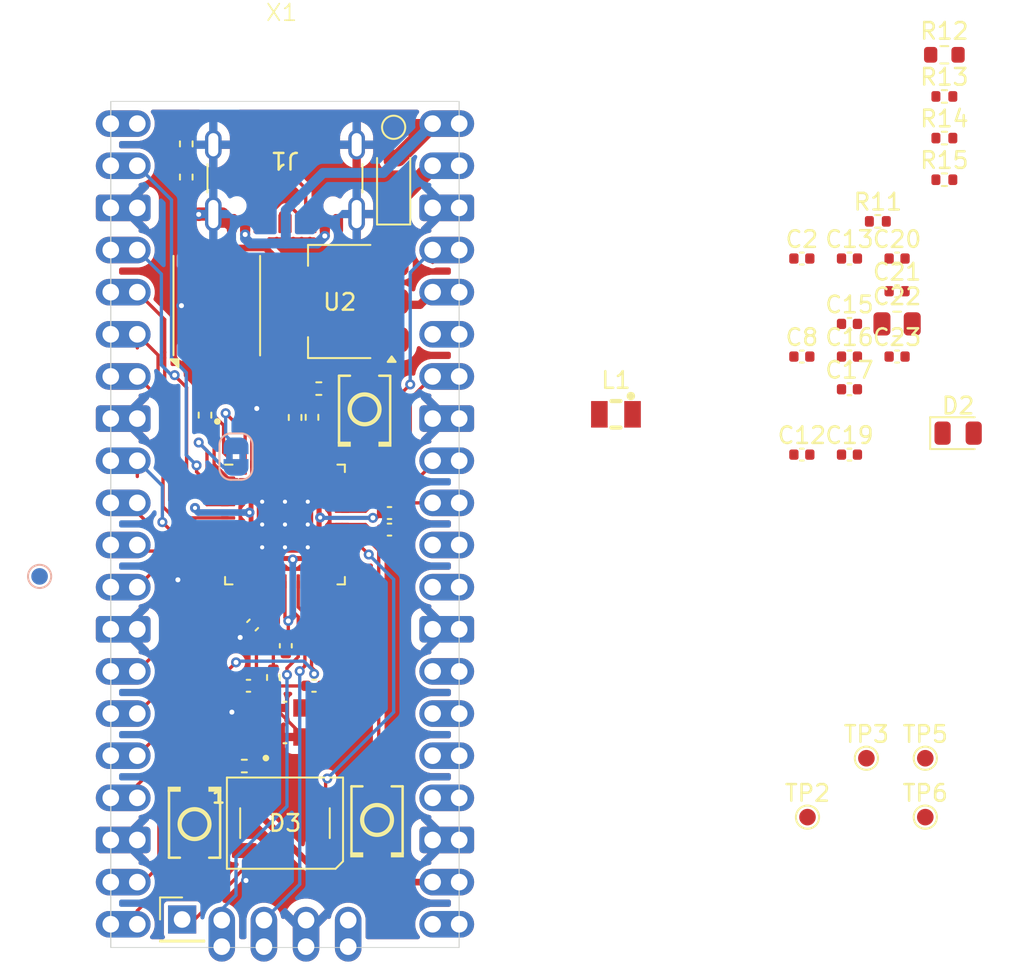
<source format=kicad_pcb>
(kicad_pcb (version 20241229) (generator "pcbnew") (generator_version "9.0")
  (layers (0 "F.Cu" signal) (2 "B.Cu" signal) (13 "F.Paste" user) (15 "B.Paste" user) (5 "F.SilkS" user "F.Silkscreen") (7 "B.SilkS" user "B.Silkscreen") (1 "F.Mask" user) (3 "B.Mask" user) (25 "Edge.Cuts" user))
  (net 0 "")
  (net 1 "GND")
  (net 2 "+3V3")
  (net 3 "/XIN")
  (net 4 "Net-(C4-Pad1)")
  (net 5 "+1V1")
  (net 6 "/VREG_AVDD")
  (net 7 "VSYS")
  (net 8 "VBUS")
  (net 9 "Net-(D2-A)")
  (net 10 "/D-")
  (net 13 "/D+")
  (net 14 "Net-(J1-CC2)")
  (net 15 "Net-(J1-CC1)")
  (net 16 "/GP0")
  (net 17 "/RAM_CE")
  (net 18 "/VREG_FB")
  (net 19 "Net-(U1-USB_DM)")
  (net 20 "Net-(U1-USB_DP)")
  (net 21 "/XOUT")
  (net 22 "Net-(R6-Pad1)")
  (net 23 "/QSPI_SS")
  (net 24 "/USB_BOOT")
  (net 25 "/ADC_VREF")
  (net 26 "/GP25")
  (net 27 "/RUN")
  (net 28 "/GP17")
  (net 29 "/GP26_ADC0")
  (net 30 "/GP21")
  (net 31 "/GP16")
  (net 32 "/GP28_ADC2")
  (net 33 "/GP24")
  (net 34 "/GP6")
  (net 35 "/GP14")
  (net 36 "/GP5")
  (net 37 "/GP23")
  (net 38 "/GP22")
  (net 39 "/QSPI_SCLK")
  (net 40 "/GP29_ADC3")
  (net 41 "/GP19")
  (net 42 "/GP2")
  (net 43 "/GP27_ADC1")
  (net 44 "/QSPI_SD1")
  (net 45 "/GP13")
  (net 46 "/GP1")
  (net 47 "/GP4")
  (net 48 "/GP3")
  (net 49 "/GP10")
  (net 50 "/GP8")
  (net 51 "/GP9")
  (net 52 "/GP11")
  (net 53 "/QSPI_SD2")
  (net 54 "/SWCLK")
  (net 55 "/VREG_LX")
  (net 56 "/GP20")
  (net 57 "/GP12")
  (net 58 "/QSPI_SD0")
  (net 59 "/GP7")
  (net 60 "/QSPI_SD3")
  (net 61 "/GP18")
  (net 62 "/GP15")
  (net 63 "/SWD")
  (net 64 "/RAM_SCLK")
  (net 65 "Net-(D3-DOUT)")
  (footprint "TestPoint:TestPoint_Pad_D1.0mm" (layer "F.Cu") (at 157.545 111.08)
    (property "Reference" "TP6")
    (property "Value" "LED_TP")
  )
  (footprint "Resistor_SMD:R_0402_1005Metric" (layer "F.Cu") (at 154.685 75.17)
    (property "Reference" "R11")
    (property "Value" "200")
  )
  (footprint "Resistor_SMD:R_0402_1005Metric" (layer "F.Cu") (at 116.5 108)
    (property "Reference" "R6")
    (property "Value" "1k")
  )
  (footprint "Connector_USB:USB_C_Receptacle_GCT_USB4105-xx-A_16P_TopMnt_Horizontal" (layer "F.Cu") (at 118.95 71.625 180)
    (property "Reference" "J1")
    (property "Value" "USB_C_Receptacle_USB2.0_16P")
  )
  (footprint "Resistor_SMD:R_0805_2012Metric" (layer "F.Cu") (at 155.845 81.35)
    (property "Reference" "C22")
    (property "Value" "4.7u")
  )
  (footprint "Resistor_SMD:R_0402_1005Metric" (layer "F.Cu") (at 114.13 86.85 90)
    (property "Reference" "R8")
    (property "Value" "10k")
  )
  (footprint "Diode_SMD:D_SOD-123" (layer "F.Cu") (at 125.5 73 90)
    (property "Reference" "D1")
    (property "Value" "B5819W SL")
  )
  (footprint "TestPoint:TestPoint_Pad_D1.0mm" (layer "F.Cu") (at 150.445 111.08)
    (property "Reference" "TP2")
    (property "Value" "3V3_TP")
  )
  (footprint "Connector_PinHeader_2.54mm:PinHeader_1x01_P2.54mm_Vertical" (layer "F.Cu") (at 112.75 117.25)
    (property "Reference" "J3")
    (property "Value" "Conn_01x01")
  )
  (footprint "Capacitor_SMD:C_0402_1005Metric" (layer "F.Cu") (at 117 99.5 -135)
    (property "Reference" "C18")
    (property "Value" "100n")
  )
  (footprint "Resistor_SMD:R_0402_1005Metric" (layer "F.Cu") (at 120.99 85.25)
    (property "Reference" "R7")
    (property "Value" "1k")
  )
  (footprint "Resistor_SMD:R_0402_1005Metric" (layer "F.Cu") (at 113 72.5 -90)
    (property "Reference" "R2")
    (property "Value" "5.1k")
  )
  (footprint "Capacitor_SMD:C_0402_1005Metric" (layer "F.Cu") (at 155.845 79.38)
    (property "Reference" "C21")
    (property "Value" "4.7u")
  )
  (footprint "TestPoint:TestPoint_Pad_D1.0mm" (layer "F.Cu") (at 125.5 69.5)
    (property "Reference" "TP1")
    (property "Value" "VBUS_TP")
  )
  (footprint "Components:SW-SMD_L3.9-W3.0-P4.45" (layer "F.Cu") (at 123.75 86.5 -90)
    (property "Reference" "SW1")
    (property "Value" "SW_Push")
  )
  (footprint "Package_SON:WSON-8-1EP_6x5mm_P1.27mm_EP3.4x4.3mm" (layer "F.Cu") (at 114.84 80.25 90)
    (property "Reference" "U3")
    (property "Value" "W25Q128JVP")
  )
  (footprint "Capacitor_SMD:C_0402_1005Metric" (layer "F.Cu") (at 120.7 103.1625)
    (property "Reference" "C4")
    (property "Value" "15p")
  )
  (footprint "Capacitor_SMD:C_0402_1005Metric" (layer "F.Cu") (at 150.105 77.41)
    (property "Reference" "C2")
    (property "Value" "100n")
  )
  (footprint "Resistor_SMD:R_0402_1005Metric" (layer "F.Cu") (at 158.695 72.66)
    (property "Reference" "R15")
    (property "Value" "10k")
  )
  (footprint "RP2350_60QFN_minimal:RP2350-QFN-60-1EP_7x7_P0.4mm_EP3.4x3.4mm_ThermalVias" (layer "F.Cu") (at 118.95 93.4425)
    (property "Reference" "U1")
    (property "Value" "RP2350_60QFN")
  )
  (footprint "Components:PSON50P200X300X50-9N" (layer "F.Cu") (at 116.8 86 90)
    (property "Reference" "U4")
    (property "Value" "APS6404L-3SQR-ZR")
  )
  (footprint "Resistor_SMD:R_0402_1005Metric" (layer "F.Cu") (at 113 70.5 -90)
    (property "Reference" "R1")
    (property "Value" "5.1k")
  )
  (footprint "LED_SMD:LED_WS2812B_PLCC4_5.0x5.0mm_P3.2mm" (layer "F.Cu") (at 118.95 111.4425)
    (property "Reference" "D3")
    (property "Value" "WS2812B")
  )
  (footprint "Package_TO_SOT_SMD:SOT-223-3_TabPin2" (layer "F.Cu") (at 122.25 80 180)
    (property "Reference" "U2")
    (property "Value" "TLV1117-33")
  )
  (footprint "Capacitor_SMD:C_0402_1005Metric" (layer "F.Cu") (at 116.75 103.1625 180)
    (property "Reference" "C3")
    (property "Value" "15p")
  )
  (footprint "Capacitor_SMD:C_0402_1005Metric" (layer "F.Cu") (at 119 100.75 -90)
    (property "Reference" "C10")
    (property "Value" "4.7u")
  )
  (footprint "TestPoint:TestPoint_Pad_D1.0mm" (layer "F.Cu") (at 153.995 107.53)
    (property "Reference" "TP3")
    (property "Value" "GND_TP")
  )
  (footprint "RP2350_60QFN_minimal:XTAL_ABM8-272-T3" (layer "F.Cu") (at 118.95 105.375 90)
    (property "Reference" "Y1")
    (property "Value" "ABM8-272-T3")
  )
  (footprint "Resistor_SMD:R_0402_1005Metric" (layer "F.Cu") (at 158.695 70.15)
    (property "Reference" "R14")
    (property "Value" "33")
  )
  (footprint "Capacitor_SMD:C_0402_1005Metric" (layer "F.Cu") (at 152.975 89.23)
    (property "Reference" "C19")
    (property "Value" "4.7uF")
  )
  (footprint "Components:SW-SMD_L3.9-W3.0-P4.45" (layer "F.Cu") (at 113.5 111.5 90)
    (property "Reference" "SW2")
    (property "Value" "SW_Push")
  )
  (footprint "Resistor_SMD:R_0402_1005Metric" (layer "F.Cu") (at 120.58 86.98 -90)
    (property "Reference" "R3")
    (property "Value" "27")
  )
  (footprint "Resistor_SMD:R_0402_1005Metric" (layer "F.Cu") (at 118.25 102.6625 -90)
    (property "Reference" "R5")
    (property "Value" "1k")
  )
  (footprint "Capacitor_SMD:C_0402_1005Metric" (layer "F.Cu") (at 125.25 93.75)
    (property "Reference" "C14")
    (property "Value" "100n")
  )
  (footprint "Resistor_SMD:R_0402_1005Metric" (layer "F.Cu") (at 119.56 86.99 90)
    (property "Reference" "R4")
    (property "Value" "27")
  )
  (footprint "Capacitor_SMD:C_0402_1005Metric" (layer "F.Cu") (at 152.975 85.29)
    (property "Reference" "C17")
    (property "Value" "100n")
  )
  (footprint "Capacitor_SMD:C_0402_1005Metric" (layer "F.Cu") (at 150.105 83.32)
    (property "Reference" "C8")
    (property "Value" "100n")
  )
  (footprint "LED_SMD:LED_0805_2012Metric" (layer "F.Cu") (at 159.525 87.935)
    (property "Reference" "D2")
    (property "Value" "LED Green")
  )
  (footprint "Components:AOTA-B201610S3R3-101-T" (layer "F.Cu") (at 138.9 86.8)
    (property "Reference" "L1")
    (property "Value" "3.3u")
  )
  (footprint "Capacitor_SMD:C_0402_1005Metric" (layer "F.Cu") (at 150.105 89.23)
    (property "Reference" "C12")
    (property "Value" "100n")
  )
  (footprint "Resistor_SMD:R_0603_1608Metric" (layer "F.Cu") (at 158.695 65.13)
    (property "Reference" "R12")
    (property "Value" "1")
  )
  (footprint "Capacitor_SMD:C_0402_1005Metric" (layer "F.Cu") (at 125.25 92.75)
    (property "Reference" "C11")
    (property "Value" "100n")
  )
  (footprint "Capacitor_SMD:C_0402_1005Metric" (layer "F.Cu") (at 152.975 83.32)
    (property "Reference" "C16")
    (property "Value" "100n")
  )
  (footprint "Library:Pico_Castellated_Holes" (layer "F.Cu") (at 118.75 63.0875)
    (property "Reference" "X1")
    (property "Value" "~")
  )
  (footprint "Capacitor_SMD:C_0402_1005Metric" (layer "F.Cu") (at 155.845 77.41)
    (property "Reference" "C20")
    (property "Value" "4.7u")
  )
  (footprint "Resistor_SMD:R_0402_1005Metric" (layer "F.Cu") (at 158.695 67.64)
    (property "Reference" "R13")
    (property "Value" "470")
  )
  (footprint "Capacitor_SMD:C_0402_1005Metric" (layer "F.Cu") (at 152.975 81.35)
    (property "Reference" "C15")
    (property "Value" "100n")
  )
  (footprint "Components:SW-SMD_L3.9-W3.0-P4.45" (layer "F.Cu") (at 124.5 111.25 -90)
    (property "Reference" "SW3")
    (property "Value" "SW_Push")
  )
  (footprint "Capacitor_SMD:C_0402_1005Metric" (layer "F.Cu") (at 155.845 83.32)
    (property "Reference" "C23")
    (property "Value" "100n")
  )
  (footprint "TestPoint:TestPoint_Pad_D1.0mm" (layer "F.Cu") (at 157.545 107.53)
    (property "Reference" "TP5")
    (property "Value" "DM_TP")
  )
  (footprint "Capacitor_SMD:C_0402_1005Metric" (layer "F.Cu") (at 152.975 77.41)
    (property "Reference" "C13")
    (property "Value" "100n")
  )
  (footprint "Jumper:SolderJumper-2_P1.3mm_Bridged2Bar_RoundedPad1.0x1.5mm" (layer "B.Cu") (at 116 89.350001 90)
    (property "Reference" "JP1")
    (property "Value" "SolderJumper_2_Bridged")
  )
  (footprint "TestPoint:TestPoint_Pad_D1.0mm" (layer "B.Cu") (at 104.16 96.57)
    (property "Reference" "TP4")
    (property "Value" "DP_TP")
  )
  (gr_line (start 108.45 67.9375) (end 108.45 118.9375) (stroke (width 0.05)) (layer "Edge.Cuts"))
  (gr_line (start 108.45 118.9375) (end 108.45 67.9375) (stroke (width 0.05)) (layer "Edge.Cuts"))
  (gr_rect (start 108.45 67.9375) (end 129.45 118.9375) (stroke (width 0.05)) (fill no) (layer "Edge.Cuts"))
  (gr_line (start 129.45 118.9375) (end 129.45 67.9375) (stroke (width 0.05)) (layer "Edge.Cuts"))
  (segment (start 117.25 86.45) (end 116.8 86) (width 0.2) (layer "F.Cu") (net 1))
  (segment (start 115.175 74.73) (end 115.649 75.204) (width 0.8) (layer "F.Cu") (net 1))
  (segment (start 112.71 80.25) (end 114.84 80.25) (width 0.2) (layer "F.Cu") (net 1))
  (segment (start 116.25 100.25) (end 116.660589 99.839411) (width 0.2) (layer "F.Cu") (net 1))
  (segment (start 113.77 74.73) (end 113.75 74.75) (width 0.8) (layer "F.Cu") (net 1))
  (segment (start 115.649 75.204) (end 115.649 75.305) (width 0.8) (layer "F.Cu") (net 1))
  (segment (start 117.55 86.75) (end 117.25 86.45) (width 0.2) (layer "F.Cu") (net 1))
  (segment (start 117.8 104.5) (end 118.35 104.5) (width 0.2) (layer "F.Cu") (net 1))
  (segment (start 114.63 74.73) (end 115.175 74.73) (width 0.8) (layer "F.Cu") (net 1))
  (segment (start 117.55 87.23) (end 117.55 86.75) (width 0.2) (layer "F.Cu") (net 1))
  (segment (start 114.63 74.73) (end 113.77 74.73) (width 0.8) (layer "F.Cu") (net 1))
  (segment (start 118.35 104.5) (end 120.1 106.25) (width 0.2) (layer "F.Cu") (net 1))
  (via (at 115.75 104.75) (size 0.6) (drill 0.3) (layers "F.Cu" "B.Cu") (net 1))
  (via (at 116.25 100.25) (size 0.6) (drill 0.3) (layers "F.Cu" "B.Cu") (net 1))
  (via (at 113.75 74.75) (size 0.6) (drill 0.3) (layers "F.Cu" "B.Cu") (net 1))
  (via (at 117.25 86.45) (size 0.6) (drill 0.3) (layers "F.Cu" "B.Cu") (net 1))
  (via (at 112.71 80.25) (size 0.6) (drill 0.3) (layers "F.Cu" "B.Cu") (net 1))
  (via (at 112.495744 96.775534) (size 0.6) (drill 0.3) (layers "F.Cu" "B.Cu") (net 1))
  (via (at 116.6 114.9) (size 0.6) (drill 0.3) (layers "F.Cu" "B.Cu") (net 1))
  (segment (start 114.68 87.909999) (end 114.68 89.81) (width 0.2) (layer "F.Cu") (net 2))
  (segment (start 115.5615 90.6915) (end 116.0715 90.6915) (width 0.1) (layer "F.Cu") (net 2))
  (segment (start 121.6575 93.4425) (end 121.6 93.5) (width 0.2) (layer "F.Cu") (net 2))
  (segment (start 114.13 87.359999) (end 114.68 87.909999) (width 0.2) (layer "F.Cu") (net 2))
  (segment (start 124.77 93.75) (end 124.107557 93.75) (width 0.2) (layer "F.Cu") (net 2))
  (segment (start 122.3875 93.4425) (end 121.6575 93.4425) (width 0.2) (layer "F.Cu") (net 2))
  (segment (start 117.75 98.75) (end 117.339411 99.160589) (width 0.2) (layer "F.Cu") (net 2))
  (segment (start 125.499999 80) (end 125.699999 80.2) (width 0.5) (layer "F.Cu") (net 2))
  (segment (start 123.800057 93.4425) (end 122.3875 93.4425) (width 0.2) (layer "F.Cu") (net 2))
  (segment (start 115.5125 90.6425) (end 115.5615 90.6915) (width 0.1) (layer "F.Cu") (net 2))
  (segment (start 124.107557 93.75) (end 123.800057 93.4425) (width 0.2) (layer "F.Cu") (net 2))
  (segment (start 124.899999 80.5) (end 123.75 80.5) (width 0.5) (layer "F.Cu") (net 2))
  (segment (start 125.399999 80) (end 125.499999 80) (width 0.5) (layer "F.Cu") (net 2))
  (segment (start 113.711 76.774) (end 117.774001 76.774) (width 0.4) (layer "F.Cu") (net 2))
  (segment (start 116.0715 90.6915) (end 116.43 91.05) (width 0.1) (layer "F.Cu") (net 2))
  (segment (start 117.75 96.88) (end 117.75 96) (width 0.2) (layer "F.Cu") (net 2))
  (segment (start 123.75 80.5) (end 118.75 85.5) (width 0.5) (layer "F.Cu") (net 2))
  (segment (start 125.699999 80.2) (end 127.0875 80.2) (width 0.5) (layer "F.Cu") (net 2))
  (segment (start 127.0875 80.2) (end 127.85 79.4375) (width 0.5) (layer "F.Cu") (net 2))
  (segment (start 117.774001 76.774) (end 119.100001 78.1) (width 0.4) (layer "F.Cu") (net 2))
  (segment (start 112.935 77.55) (end 113.711 76.774) (width 0.4) (layer "F.Cu") (net 2))
  (segment (start 118.75 85.5) (end 118.75 90.75) (width 0.5) (layer "F.Cu") (net 2))
  (segment (start 116.2675 94.6425) (end 116.27 94.64) (width 0.2) (layer "F.Cu") (net 2))
  (segment (start 125.399999 80) (end 124.899999 80.5) (width 0.5) (layer "F.Cu") (net 2))
  (segment (start 119.100001 80) (end 125.399999 80) (width 1) (layer "F.Cu") (net 2))
  (segment (start 119.100001 78.1) (end 119.100001 80) (width 0.4) (layer "F.Cu") (net 2))
  (segment (start 114.68 89.81) (end 115.5125 90.6425) (width 0.2) (layer "F.Cu") (net 2))
  (segment (start 115.5125 94.6425) (end 116.2675 94.6425) (width 0.2) (layer "F.Cu") (net 2))
  (segment (start 117.75 96.88) (end 117.75 98.75) (width 0.2) (layer "F.Cu") (net 2))
  (segment (start 117.23 100.134086) (end 118.15 99.214086) (width 0.2) (layer "F.Cu") (net 3))
  (segment (start 116.75 103.6425) (end 116.75 105.2) (width 0.2) (layer "F.Cu") (net 3))
  (segment (start 118.15 99.214086) (end 118.15 96.88) (width 0.2) (layer "F.Cu") (net 3))
  (segment (start 116.75 105.2) (end 117.8 106.25) (width 0.2) (layer "F.Cu") (net 3))
  (segment (start 117.23 103.1625) (end 116.75 103.6425) (width 0.2) (layer "F.Cu") (net 3))
  (segment (start 117.23 103.1625) (end 117.23 100.134086) (width 0.2) (layer "F.Cu") (net 3))
  (segment (start 120.210001 103.172499) (end 120.22 103.1625) (width 0.2) (layer "F.Cu") (net 4))
  (segment (start 120.32 103.2625) (end 120.32 104.28) (width 0.2) (layer "F.Cu") (net 4))
  (segment (start 120.32 104.28) (end 120.1 104.5) (width 0.2) (layer "F.Cu") (net 4))
  (segment (start 120.22 103.1625) (end 120.32 103.2625) (width 0.2) (layer "F.Cu") (net 4))
  (segment (start 118.25 103.172499) (end 120.210001 103.172499) (width 0.2) (layer "F.Cu") (net 4))
  (segment (start 119.0125 100.27) (end 119 100.27) (width 0.2) (layer "F.Cu") (net 5))
  (segment (start 119.15 99.25) (end 118.95 99.05) (width 0.2) (layer "F.Cu") (net 5))
  (segment (start 113.644265 92.6425) (end 115.5125 92.6425) (width 0.2) (layer "F.Cu") (net 5))
  (segment (start 119.15 99.25) (end 119.15 100.1325) (width 0.2) (layer "F.Cu") (net 5))
  (segment (start 124.4775 93.0425) (end 124.77 92.75) (width 0.2) (layer "F.Cu") (net 5))
  (segment (start 113.526814 92.525049) (end 113.644265 92.6425) (width 0.2) (layer "F.Cu") (net 5))
  (segment (start 124.250543 93.040543) (end 124.2525 93.0425) (width 0.2) (layer "F.Cu") (net 5))
  (segment (start 118.95 99.05) (end 118.95 96.88) (width 0.2) (layer "F.Cu") (net 5))
  (segment (start 113.526814 92.4425) (end 113.526814 92.525049) (width 0.2) (layer "F.Cu") (net 5))
  (segment (start 124.2525 93.0425) (end 124.4775 93.0425) (width 0.2) (layer "F.Cu") (net 5))
  (segment (start 119.15 100.1325) (end 119.0125 100.27) (width 0.2) (layer "F.Cu") (net 5))
  (via (at 119.42 95.55) (size 0.6) (drill 0.3) (layers "F.Cu" "B.Cu") (net 5))
  (via (at 124.250543 93.040543) (size 0.6) (drill 0.3) (layers "F.Cu" "B.Cu") (net 5))
  (via (at 113.526814 92.4425) (size 0.6) (drill 0.25) (layers "F.Cu" "B.Cu") (net 5))
  (via (at 119.15 99.25) (size 0.6) (drill 0.3) (layers "F.Cu" "B.Cu") (net 5))
  (via (at 121.07 93.02) (size 0.6) (drill 0.25) (layers "F.Cu" "B.Cu") (net 5))
  (via (at 116.81 92.72) (size 0.6) (drill 0.25) (layers "F.Cu" "B.Cu") (net 5))
  (segment (start 124.250543 93.040543) (end 124.248586 93.0425) (width 0.25) (layer "B.Cu") (net 5))
  (segment (start 113.721765 92.72) (end 116.713128 92.72) (width 0.4) (layer "B.Cu") (net 5))
  (segment (start 113.526814 92.525049) (end 113.721765 92.72) (width 0.4) (layer "B.Cu") (net 5))
  (segment (start 119.15 99.25) (end 119.42 98.98) (width 0.4) (layer "B.Cu") (net 5))
  (segment (start 113.526814 92.4425) (end 113.526814 92.525049) (width 0.4) (layer "B.Cu") (net 5))
  (segment (start 121.0925 93.0425) (end 121.07 93.02) (width 0.25) (layer "B.Cu") (net 5))
  (segment (start 124.248586 93.0425) (end 121.0925 93.0425) (width 0.25) (layer "B.Cu") (net 5))
  (segment (start 116.713128 92.72) (end 116.75 92.756872) (width 0.4) (layer "B.Cu") (net 5))
  (segment (start 119.42 98.98) (end 119.42 95.55) (width 0.4) (layer "B.Cu") (net 5))
  (segment (start 121.4975 114.9975) (end 116.5 110) (width 0.4) (layer "F.Cu") (net 7))
  (segment (start 127.85 114.9975) (end 121.4975 114.9975) (width 0.4) (layer "F.Cu") (net 7))
  (segment (start 116.5 110) (end 116.5 109.7925) (width 0.4) (layer "F.Cu") (net 7))
  (segment (start 125.5 74.1675) (end 125.5 74.65) (width 1) (layer "F.Cu") (net 7))
  (segment (start 127.85 71.8175) (end 125.5 74.1675) (width 1) (layer "F.Cu") (net 7))
  (segment (start 125.5 74.65) (end 125.5 75.1) (width 1) (layer "F.Cu") (net 7))
  (segment (start 125.4 75.2) (end 125.4 77.7) (width 1) (layer "F.Cu") (net 7))
  (segment (start 125.5 75.1) (end 125.4 75.2) (width 1) (layer "F.Cu") (net 7))
  (segment (start 125.5 71.35) (end 125.7775 71.35) (width 1) (layer "F.Cu") (net 8))
  (segment (start 116.55 75.96) (end 116.55 75.305) (width 0.6) (layer "F.Cu") (net 8))
  (segment (start 127.6275 69.5) (end 127.85 69.2775) (width 1) (layer "F.Cu") (net 8))
  (segment (start 125.7775 71.35) (end 127.85 69.2775) (width 1) (layer "F.Cu") (net 8))
  (segment (start 125.5 69.5) (end 127.6275 69.5) (width 1) (layer "F.Cu") (net 8))
  (segment (start 121.35 76.05) (end 121.35 75.305) (width 0.6) (layer "F.Cu") (net 8))
  (via (at 116.55 75.96) (size 0.6) (drill 0.3) (layers "F.Cu" "B.Cu") (net 8))
  (via (at 121.35 76.05) (size 0.6) (drill 0.3) (layers "F.Cu" "B.Cu") (net 8))
  (segment (start 119 74.5) (end 121.25 72.25) (width 0.6) (layer "B.Cu") (net 8))
  (segment (start 121.35 76.05) (end 120.9 76.5) (width 0.6) (layer "B.Cu") (net 8))
  (segment (start 116.55 75.96) (end 116.55 76.2) (width 0.6) (layer "B.Cu") (net 8))
  (segment (start 124.8775 72.25) (end 127.85 69.2775) (width 0.6) (layer "B.Cu") (net 8))
  (segment (start 116.85 76.5) (end 119 76.5) (width 0.6) (layer "B.Cu") (net 8))
  (segment (start 116.55 76.2) (end 116.85 76.5) (width 0.6) (layer "B.Cu") (net 8))
  (segment (start 120.9 76.5) (end 119 76.5) (width 0.6) (layer "B.Cu") (net 8))
  (segment (start 121.25 72.25) (end 124.8775 72.25) (width 0.6) (layer "B.Cu") (net 8))
  (segment (start 119 76.5) (end 119 74.5) (width 0.6) (layer "B.Cu") (net 8))
  (segment (start 118.967176 74.429) (end 118.7 74.696176) (width 0.2) (layer "F.Cu") (net 13))
  (segment (start 119.7 75.305) (end 119.7 74.696176) (width 0.2) (layer "F.Cu") (net 13))
  (segment (start 118.7 74.696176) (end 118.7 75.305) (width 0.2) (layer "F.Cu") (net 13))
  (segment (start 119.432824 74.429) (end 118.967176 74.429) (width 0.2) (layer "F.Cu") (net 13))
  (segment (start 119.7 74.696176) (end 119.432824 74.429) (width 0.2) (layer "F.Cu") (net 13))
  (segment (start 113.1 72.909999) (end 113.2 73.009999) (width 0.2) (layer "F.Cu") (net 14))
  (segment (start 117.2 74.413992) (end 117.2 75.305) (width 0.2) (layer "F.Cu") (net 14))
  (segment (start 113.2 73.009999) (end 115.796007 73.009999) (width 0.2) (layer "F.Cu") (net 14))
  (segment (start 115.796007 73.009999) (end 117.2 74.413992) (width 0.2) (layer "F.Cu") (net 14))
  (segment (start 120.2 75.304999) (end 120.2 73.2) (width 0.2) (layer "F.Cu") (net 15))
  (segment (start 114.240001 68.75) (end 113 69.990001) (width 0.2) (layer "F.Cu") (net 15))
  (segment (start 120.2 74.696176) (end 120.2 75.304999) (width 0.2) (layer "F.Cu") (net 15))
  (segment (start 120.2 73.2) (end 115.75 68.75) (width 0.2) (layer "F.Cu") (net 15))
  (segment (start 115.75 68.75) (end 114.240001 68.75) (width 0.2) (layer "F.Cu") (net 15))
  (segment (start 114.25 89.17) (end 114.25 89) (width 0.2) (layer "F.Cu") (net 16))
  (segment (start 114.9625 91.0425) (end 114.25 90.33) (width 0.2) (layer "F.Cu") (net 16))
  (segment (start 115.5125 91.0425) (end 114.9625 91.0425) (width 0.2) (layer "F.Cu") (net 16))
  (segment (start 114.25 89) (end 113.75 88.5) (width 0.2) (layer "F.Cu") (net 16))
  (segment (start 114.25 90.33) (end 114.25 89.17) (width 0.2) (layer "F.Cu") (net 16))
  (via (at 113.75 88.5) (size 0.6) (drill 0.3) (layers "F.Cu" "B.Cu") (net 16))
  (segment (start 115.25 90) (end 116 90) (width 0.2) (layer "B.Cu") (net 16))
  (segment (start 113.75 88.5) (end 115.25 90) (width 0.2) (layer "B.Cu") (net 16))
  (segment (start 115.868529 87.23) (end 115.374265 86.735736) (width 0.2) (layer "F.Cu") (net 17))
  (segment (start 116 87.23) (end 115.868529 87.23) (width 0.2) (layer "F.Cu") (net 17))
  (via (at 115.374265 86.735736) (size 0.6) (drill 0.3) (layers "F.Cu" "B.Cu") (net 17))
  (segment (start 116 88.700002) (end 115.374265 88.074267) (width 0.2) (layer "B.Cu") (net 17))
  (segment (start 115.374265 88.074267) (end 115.374265 86.735736) (width 0.2) (layer "B.Cu") (net 17))
  (segment (start 119.75 90) (end 119.75 88.699999) (width 0.2) (layer "F.Cu") (net 19))
  (segment (start 119.75 88.699999) (end 120.58 87.869999) (width 0.2) (layer "F.Cu") (net 19))
  (segment (start 120.58 87.869999) (end 120.58 87.489999) (width 0.2) (layer "F.Cu") (net 19))
  (segment (start 119.35 90) (end 119.35 88.149999) (width 0.2) (layer "F.Cu") (net 20))
  (segment (start 119.35 88.149999) (end 119.56 87.939999) (width 0.2) (layer "F.Cu") (net 20))
  (segment (start 119.56 87.939999) (end 119.56 87.499999) (width 0.2) (layer "F.Cu") (net 20))
  (segment (start 118.25 99.681186) (end 118.55 99.381186) (width 0.2) (layer "F.Cu") (net 21))
  (segment (start 118.25 102.152501) (end 118.25 99.681186) (width 0.2) (layer "F.Cu") (net 21))
  (segment (start 118.55 99.381186) (end 118.55 96.88) (width 0.2) (layer "F.Cu") (net 21))
  (segment (start 115.99 108.727048) (end 115.99 108) (width 0.2) (layer "F.Cu") (net 22))
  (segment (start 113.5 111.217048) (end 115.99 108.727048) (width 0.2) (layer "F.Cu") (net 22))
  (segment (start 113.5 113.685) (end 113.5 111.217048) (width 0.2) (layer "F.Cu") (net 22))
  (segment (start 114.13 84.145) (end 112.935 82.95) (width 0.2) (layer "F.Cu") (net 23))
  (segment (start 116.15 90.005) (end 115.25 89.105) (width 0.2) (layer "F.Cu") (net 23))
  (segment (start 114.13 86.340001) (end 114.13 84.145) (width 0.2) (layer "F.Cu") (net 23))
  (segment (start 115.25 87.460001) (end 114.13 86.340001) (width 0.2) (layer "F.Cu") (net 23))
  (segment (start 115.25 89.105) (end 115.25 87.460001) (width 0.2) (layer "F.Cu") (net 23))
  (segment (start 123.75 87.5) (end 121.5 85.25) (width 0.2) (layer "F.Cu") (net 24))
  (segment (start 123.75 88.685) (end 123.75 87.5) (width 0.2) (layer "F.Cu") (net 24))
  (segment (start 120.552 102.052) (end 120.552 98.6549) (width 0.2) (layer "F.Cu") (net 27))
  (segment (start 114.649 103.101) (end 116 101.75) (width 0.2) (layer "F.Cu") (net 27))
  (segment (start 120.552 98.6549) (end 120.15 98.2529) (width 0.2) (layer "F.Cu") (net 27))
  (segment (start 113.5 109.315) (end 114.649 108.166) (width 0.2) (layer "F.Cu") (net 27))
  (segment (start 120.70763 102.444861) (end 120.70763 102.20763) (width 0.2) (layer "F.Cu") (net 27))
  (segment (start 120.15 98.2529) (end 120.15 96.88) (width 0.2) (layer "F.Cu") (net 27))
  (segment (start 120.70763 102.20763) (end 120.552 102.052) (width 0.2) (layer "F.Cu") (net 27))
  (segment (start 114.649 108.166) (end 114.649 103.101) (width 0.2) (layer "F.Cu") (net 27))
  (via (at 120.70763 102.444861) (size 0.6) (drill 0.3) (layers "F.Cu" "B.Cu") (net 27))
  (via (at 116 101.75) (size 0.6) (drill 0.3) (layers "F.Cu" "B.Cu") (net 27))
  (segment (start 120.70763 102.299948) (end 120.70763 102.444861) (width 0.2) (layer "B.Cu") (net 27))
  (segment (start 120.088004 101.680322) (end 120.70763 102.299948) (width 0.2) (layer "B.Cu") (net 27))
  (segment (start 116 101.75) (end 116.069678 101.680322) (width 0.2) (layer "B.Cu") (net 27))
  (segment (start 116.069678 101.680322) (end 120.088004 101.680322) (width 0.2) (layer "B.Cu") (net 27))
  (segment (start 122.3875 92.6425) (end 123.800057 92.6425) (width 0.2) (layer "F.Cu") (net 29))
  (segment (start 124.305057 92.1375) (end 127.85 92.1375) (width 0.2) (layer "F.Cu") (net 29))
  (segment (start 123.800057 92.6425) (end 124.305057 92.1375) (width 0.2) (layer "F.Cu") (net 29))
  (segment (start 122.3875 91.8425) (end 123.4575 91.8425) (width 0.2) (layer "F.Cu") (net 32))
  (segment (start 126.5 85.8675) (end 127.85 84.5175) (width 0.2) (layer "F.Cu") (net 32))
  (segment (start 123.4575 91.8425) (end 126.5 88.8) (width 0.2) (layer "F.Cu") (net 32))
  (segment (start 126.5 88.8) (end 126.5 85.8675) (width 0.2) (layer "F.Cu") (net 32))
  (segment (start 123.842443 94.2425) (end 124.601 95.001057) (width 0.2) (layer "F.Cu") (net 33))
  (segment (start 122.3875 94.2425) (end 123.842443 94.2425) (width 0.2) (layer "F.Cu") (net 33))
  (segment (start 124.601 108.964) (end 124.5 109.065) (width 0.2) (layer "F.Cu") (net 33))
  (segment (start 124.601 95.001057) (end 124.601 108.964) (width 0.2) (layer "F.Cu") (net 33))
  (segment (start 113.3425 93.8425) (end 115.5125 93.8425) (width 0.2) (layer "F.Cu") (net 34))
  (segment (start 110.05 89.5975) (end 110.05 90.55) (width 0.2) (layer "F.Cu") (net 34))
  (segment (start 113.3425 93.8425) (end 112.1025 93.8425) (width 0.2) (layer "F.Cu") (net 34))
  (segment (start 112.1025 93.8425) (end 111.56 93.3) (width 0.2) (layer "F.Cu") (net 34))
  (via (at 111.56 93.3) (size 0.6) (drill 0.3) (layers "F.Cu" "B.Cu") (net 34))
  (segment (start 111.56 93.3) (end 111.56 91.1075) (width 0.2) (layer "B.Cu") (net 34))
  (segment (start 111.56 91.1075) (end 110.05 89.5975) (width 0.2) (layer "B.Cu") (net 34))
  (segment (start 110.3925 114.9975) (end 110.05 114.9975) (width 0.2) (layer "F.Cu") (net 35))
  (segment (start 111.35 108.45) (end 111.35 114.04) (width 0.2) (layer "F.Cu") (net 35))
  (segment (start 116.95 96.88) (end 116.95 97.8) (width 0.2) (layer "F.Cu") (net 35))
  (segment (start 113.75 106.05) (end 111.35 108.45) (width 0.2) (layer "F.Cu") (net 35))
  (segment (start 111.35 114.04) (end 110.3925 114.9975) (width 0.2) (layer "F.Cu") (net 35))
  (segment (start 116.95 97.8) (end 113.75 101) (width 0.2) (layer "F.Cu") (net 35))
  (segment (start 113.75 101) (end 113.75 106.05) (width 0.2) (layer "F.Cu") (net 35))
  (segment (start 111.6 86.0675) (end 110.05 84.5175) (width 0.2) (layer "F.Cu") (net 36))
  (segment (start 115.5125 93.4425) (end 112.6675 93.4425) (width 0.2) (layer "F.Cu") (net 36))
  (segment (start 111.6 92.375) (end 111.6 86.0675) (width 0.2) (layer "F.Cu") (net 36))
  (segment (start 112.6675 93.4425) (end 111.6 92.375) (width 0.2) (layer "F.Cu") (net 36))
  (segment (start 124 95.25) (end 123.3925 94.6425) (width 0.2) (layer "F.Cu") (net 37))
  (segment (start 123.3925 94.6425) (end 122.3875 94.6425) (width 0.2) (layer "F.Cu") (net 37))
  (segment (start 121.4 109.7925) (end 121.4 108.85) (width 0.2) (layer "F.Cu") (net 37))
  (segment (start 121.4 108.85) (end 121.5 108.75) (width 0.2) (layer "F.Cu") (net 37))
  (via (at 124 95.25) (size 0.6) (drill 0.3) (layers "F.Cu" "B.Cu") (net 37))
  (via (at 121.5 108.75) (size 0.6) (drill 0.3) (layers "F.Cu" "B.Cu") (net 37))
  (segment (start 124 95.25) (end 125.5 96.75) (width 0.2) (layer "B.Cu") (net 37))
  (segment (start 125.5 104.75) (end 121.5 108.75) (width 0.2) (layer "B.Cu") (net 37))
  (segment (start 125.5 96.75) (end 125.5 104.75) (width 0.2) (layer "B.Cu") (net 37))
  (segment (start 127.85 77.65) (end 127.85 76.8975) (width 0.2) (layer "F.Cu") (net 40))
  (segment (start 125.99145 88.74145) (end 126.099 88.6339) (width 0.2) (layer "F.Cu") (net 40))
  (segment (start 123.2904 91.4425) (end 125.99145 88.74145) (width 0.2) (layer "F.Cu") (net 40))
  (segment (start 126.099 88.6339) (end 126.099 86.25) (width 0.2) (layer "F.Cu") (net 40))
  (segment (start 122.3875 91.4425) (end 123.2904 91.4425) (width 0.2) (layer "F.Cu") (net 40))
  (segment (start 126.099 85.401) (end 126.5 85) (width 0.2) (layer "F.Cu") (net 40))
  (segment (start 126.099 86.25) (end 126.099 85.401) (width 0.2) (layer "F.Cu") (net 40))
  (via (at 126.5 85) (size 0.6) (drill 0.3) (layers "F.Cu" "B.Cu") (net 40))
  (segment (start 126.5 85) (end 126.5 78.2475) (width 0.2) (layer "B.Cu") (net 40))
  (segment (start 126.5 78.2475) (end 127.85 76.8975) (width 0.2) (layer "B.Cu") (net 40))
  (segment (start 113.02 85.185) (end 113.02 90.27) (width 0.2) (layer "F.Cu") (net 42))
  (segment (start 114.5925 91.8425) (end 115.5125 91.8425) (width 0.2) (layer "F.Cu") (net 42))
  (segment (start 113.02 90.27) (end 114.5925 91.8425) (width 0.2) (layer "F.Cu") (net 42))
  (segment (start 112.3008 84.439327) (end 112.3008 84.4658) (width 0.2) (layer "F.Cu") (net 42))
  (segment (start 112.3008 84.4658) (end 113.02 85.185) (width 0.2) (layer "F.Cu") (net 42))
  (via (at 112.3008 84.439327) (size 0.6) (drill 0.3) (layers "F.Cu" "B.Cu") (net 42))
  (segment (start 112.3008 84.439327) (end 112.109327 84.439327) (width 0.2) (layer "B.Cu") (net 42))
  (segment (start 111.5 78.3475) (end 110.05 76.8975) (width 0.2) (layer "B.Cu") (net 42))
  (segment (start 112.109327 84.439327) (end 111.5 83.83) (width 0.2) (layer "B.Cu") (net 42))
  (segment (start 111.5 83.83) (end 111.5 78.3475) (width 0.2) (layer "B.Cu") (net 42))
  (segment (start 125.9 91.7365) (end 127.85 89.7865) (width 0.2) (layer "F.Cu") (net 43))
  (segment (start 123.6275 92.2425) (end 124.1335 91.7365) (width 0.2) (layer "F.Cu") (net 43))
  (segment (start 124.1335 91.7365) (end 125.9 91.7365) (width 0.2) (layer "F.Cu") (net 43))
  (segment (start 127.85 89.7865) (end 127.85 89.5975) (width 0.2) (layer "F.Cu") (net 43))
  (segment (start 122.3875 92.2425) (end 123.6275 92.2425) (width 0.2) (layer "F.Cu") (net 43))
  (segment (start 116.55 90.005) (end 116.55 87.23) (width 0.2) (layer "F.Cu") (net 44))
  (segment (start 110.05 109.15) (end 110.05 109.9175) (width 0.2) (layer "F.Cu") (net 45))
  (segment (start 116.55 97.45) (end 113.25 100.75) (width 0.2) (layer "F.Cu") (net 45))
  (segment (start 116.55 96.88) (end 116.55 97.45) (width 0.2) (layer "F.Cu") (net 45))
  (segment (start 113.25 105.95) (end 110.05 109.15) (width 0.2) (layer "F.Cu") (net 45))
  (segment (start 113.25 100.75) (end 113.25 105.95) (width 0.2) (layer "F.Cu") (net 45))
  (segment (start 113.62187 90.26897) (end 113.62187 89.87813) (width 0.2) (layer "F.Cu") (net 46))
  (segment (start 115.5125 91.4425) (end 114.7954 91.4425) (width 0.2) (layer "F.Cu") (net 46))
  (segment (start 114.7954 91.4425) (end 113.62187 90.26897) (width 0.2) (layer "F.Cu") (net 46))
  (via (at 113.62187 89.87813) (size 0.6) (drill 0.3) (layers "F.Cu" "B.Cu") (net 46))
  (segment (start 113 84.29) (end 112.11 83.4) (width 0.2) (layer "B.Cu") (net 46))
  (segment (start 112.11 73.8775) (end 110.05 71.8175) (width 0.2) (layer "B.Cu") (net 46))
  (segment (start 113 89.25626) (end 113 84.29) (width 0.2) (layer "B.Cu") (net 46))
  (segment (start 113.62187 89.87813) (end 113 89.25626) (width 0.2) (layer "B.Cu") (net 46))
  (segment (start 112.11 83.4) (end 112.11 73.8775) (width 0.2) (layer "B.Cu") (net 46))
  (segment (start 111.2998 85.2002) (end 112 85.9004) (width 0.2) (layer "F.Cu") (net 47))
  (segment (start 110.05 81.9775) (end 111.2998 83.2273) (width 0.2) (layer "F.Cu") (net 47))
  (segment (start 112 91.97) (end 113.0725 93.0425) (width 0.2) (layer "F.Cu") (net 47))
  (segment (start 112 85.9004) (end 112 91.97) (width 0.2) (layer "F.Cu") (net 47))
  (segment (start 113.0725 93.0425) (end 115.5125 93.0425) (width 0.2) (layer "F.Cu") (net 47))
  (segment (start 111.2998 83.2273) (end 111.2998 85.2002) (width 0.2) (layer "F.Cu") (net 47))
  (segment (start 110.05 82.8) (end 110.05 81.9775) (width 0.2) (layer "F.Cu") (net 47))
  (segment (start 115.5125 92.2425) (end 114.2425 92.2425) (width 0.2) (layer "F.Cu") (net 48))
  (segment (start 114.2425 92.2425) (end 112.401 90.401) (width 0.2) (layer "F.Cu") (net 48))
  (segment (start 112.401 90.401) (end 112.401 86.0665) (width 0.2) (layer "F.Cu") (net 48))
  (segment (start 111.7 81.0875) (end 110.05 79.4375) (width 0.2) (layer "F.Cu") (net 48))
  (segment (start 112.1661 85.4994) (end 111.7008 85.0341) (width 0.2) (layer "F.Cu") (net 48))
  (segment (start 111.7008 83.0612) (end 111.7 83.0604) (width 0.2) (layer "F.Cu") (net 48))
  (segment (start 112.401 86.0665) (end 112.401 85.7343) (width 0.2) (layer "F.Cu") (net 48))
  (segment (start 111.7008 83.3934) (end 111.7008 83.0612) (width 0.2) (layer "F.Cu") (net 48))
  (segment (start 111.7 83.0604) (end 111.7 81.0875) (width 0.2) (layer "F.Cu") (net 48))
  (segment (start 111.7008 85.0341) (end 111.7008 83.3934) (width 0.2) (layer "F.Cu") (net 48))
  (segment (start 112.401 85.7343) (end 112.1661 85.4994) (width 0.2) (layer "F.Cu") (net 48))
  (segment (start 111.75 99) (end 114.9075 95.8425) (width 0.2) (layer "F.Cu") (net 49))
  (segment (start 110.05 102.2975) (end 111.75 100.5975) (width 0.2) (layer "F.Cu") (net 49))
  (segment (start 114.9075 95.8425) (end 115.5125 95.8425) (width 0.2) (layer "F.Cu") (net 49))
  (segment (start 111.75 100.5975) (end 111.75 99) (width 0.2) (layer "F.Cu") (net 49))
  (segment (start 110.415 95.0425) (end 115.5125 95.0425) (width 0.2) (layer "F.Cu") (net 50))
  (segment (start 110.05 94.6775) (end 110.415 95.0425) (width 0.2) (layer "F.Cu") (net 50))
  (segment (start 115.5125 95.4425) (end 111.825 95.4425) (width 0.2) (layer "F.Cu") (net 51))
  (segment (start 111.825 95.4425) (end 110.05 97.2175) (width 0.2) (layer "F.Cu") (net 51))
  (segment (start 112.25 102.6375) (end 110.05 104.8375) (width 0.2) (layer "F.Cu") (net 52))
  (segment (start 115.5125 96.9875) (end 112.25 100.25) (width 0.2) (layer "F.Cu") (net 52))
  (segment (start 115.5125 96.2425) (end 115.5125 96.9875) (width 0.2) (layer "F.Cu") (net 52))
  (segment (start 112.25 100.25) (end 112.25 102.6375) (width 0.2) (layer "F.Cu") (net 52))
  (segment (start 116.95 90.005) (end 116.95 88.05) (width 0.2) (layer "F.Cu") (net 53))
  (segment (start 116.95 88.05) (end 117.05 87.95) (width 0.2) (layer "F.Cu") (net 53))
  (segment (start 117.05 87.95) (end 117.05 87.23) (width 0.2) (layer "F.Cu") (net 53))
  (segment (start 119.069561 102.097989) (end 119.75 101.41755) (width 0.2) (layer "F.Cu") (net 54))
  (segment (start 119.75 101.41755) (end 119.75 99) (width 0.2) (layer "F.Cu") (net 54))
  (segment (start 119.75 99) (end 119.35 98.6) (width 0.2) (layer "F.Cu") (net 54))
  (segment (start 119.35 98.6) (end 119.35 96.88) (width 0.2) (layer "F.Cu") (net 54))
  (segment (start 119.069561 102.500125) (end 119.069561 102.097989) (width 0.2) (layer "F.Cu") (net 54))
  (via (at 119.069561 102.500125) (size 0.6) (drill 0.3) (layers "F.Cu" "B.Cu") (net 54))
  (segment (start 115.999 113.501) (end 115.999 114.749) (width 0.2) (layer "B.Cu") (net 54))
  (segment (start 119.07 110.43) (end 115.999 113.501) (width 0.2) (layer "B.Cu") (net 54))
  (segment (start 116 115.78) (end 115.14 116.64) (width 0.2) (layer "B.Cu") (net 54))
  (segment (start 115.14 116.64) (end 115.14 117.2875) (width 0.2) (layer "B.Cu") (net 54))
  (segment (start 116 114.75) (end 116 115.78) (width 0.2) (layer "B.Cu") (net 54))
  (segment (start 115.999 114.749) (end 116 114.75) (width 0.2) (layer "B.Cu") (net 54))
  (segment (start 119.069561 102.500125) (end 119.07 102.500564) (width 0.2) (layer "B.Cu") (net 54))
  (segment (start 119.07 102.500564) (end 119.07 110.43) (width 0.2) (layer "B.Cu") (net 54))
  (segment (start 116.15 96.88) (end 116.15 97.1) (width 0.2) (layer "F.Cu") (net 57))
  (segment (start 116.15 97.1) (end 112.75 100.5) (width 0.2) (layer "F.Cu") (net 57))
  (segment (start 112.75 100.5) (end 112.75 104.6775) (width 0.2) (layer "F.Cu") (net 57))
  (segment (start 112.75 104.6775) (end 110.05 107.3775) (width 0.2) (layer "F.Cu") (net 57))
  (segment (start 117.35 88.35) (end 118.026 87.674) (width 0.2) (layer "F.Cu") (net 58))
  (segment (start 118.026 85.246) (end 117.55 84.77) (width 0.2) (layer "F.Cu") (net 58))
  (segment (start 118.026 87.674) (end 118.026 85.246) (width 0.2) (layer "F.Cu") (net 58))
  (segment (start 117.35 90.005) (end 117.35 88.35) (width 0.2) (layer "F.Cu") (net 58))
  (segment (start 110.05 92.72) (end 111.5725 94.2425) (width 0.2) (layer "F.Cu") (net 59))
  (segment (start 111.5725 94.2425) (end 115.5125 94.2425) (width 0.2) (layer "F.Cu") (net 59))
  (segment (start 110.05 92.1375) (end 110.05 92.72) (width 0.2) (layer "F.Cu") (net 59))
  (segment (start 114.151 106.219) (end 111.77 108.6) (width 0.2) (layer "F.Cu") (net 62))
  (segment (start 111.77 115) (end 110.05 116.72) (width 0.2) (layer "F.Cu") (net 62))
  (segment (start 114.151 101.219) (end 114.151 106.219) (width 0.2) (layer "F.Cu") (net 62))
  (segment (start 110.05 116.72) (end 110.05 117.5375) (width 0.2) (layer "F.Cu") (net 62))
  (segment (start 111.77 108.6) (end 111.77 115) (width 0.2) (layer "F.Cu") (net 62))
  (segment (start 117.35 98.02) (end 114.151 101.219) (width 0.2) (layer "F.Cu") (net 62))
  (segment (start 117.35 96.88) (end 117.35 98.02) (width 0.2) (layer "F.Cu") (net 62))
  (segment (start 120.151 98.821) (end 120.151 101.969383) (width 0.2) (layer "F.Cu") (net 63))
  (segment (start 119.75 98.42) (end 120.151 98.821) (width 0.2) (layer "F.Cu") (net 63))
  (segment (start 119.75 96.88) (end 119.75 98.42) (width 0.2) (layer "F.Cu") (net 63))
  (segment (start 120.151 101.969383) (end 119.839061 102.281322) (width 0.2) (layer "F.Cu") (net 63))
  (via (at 119.839061 102.281322) (size 0.6) (drill 0.3) (layers "F.Cu" "B.Cu") (net 63))
  (segment (start 119.839061 102.281322) (end 119.839061 115.128439) (width 0.2) (layer "B.Cu") (net 63))
  (segment (start 119.839061 115.128439) (end 117.68 117.2875) (width 0.2) (layer "B.Cu") (net 63))
  (segment (start 116.351057 114.299) (end 116.451 114.299) (width 0.2) (layer "F.Cu") (net 65))
  (segment (start 116.451 114.299) (end 116.5 114.25) (width 0.2) (layer "F.Cu") (net 65))
  (segment (start 115.999 114.651057) (end 116.351057 114.299) (width 0.2) (layer "F.Cu") (net 65))
  (segment (start 112.75 117.25) (end 113.5 117.25) (width 0.2) (layer "F.Cu") (net 65))
  (segment (start 115.999 114.751) (end 115.999 114.651057) (width 0.2) (layer "F.Cu") (net 65))
  (segment (start 116.5 114.25) (end 116.5 113.0925) (width 0.2) (layer "F.Cu") (net 65))
  (segment (start 113.5 117.25) (end 115.999 114.751) (width 0.2) (layer "F.Cu") (net 65))
  (zone (net 5) (net_name "+1V1") (layer "F.Cu") (priority 3) (connect_pads (clearance 0.15)) (min_thickness 0.2) (fill yes (thermal_gap 0.3) (thermal_bridge_width 0.3))
    (polygon (pts (xy 121.16 95.64) (xy 116.76 95.64) (xy 116.76 91.24) (xy 121.16 91.24)))
  )
  (zone (net 2) (net_name "+3V3") (layer "F.Cu") (priority 1) (connect_pads yes (clearance 0.15)) (min_thickness 0.15) (fill yes (thermal_gap 0.508) (thermal_bridge_width 0.508))
    (polygon (pts (xy 121.76 96.24) (xy 116.14 96.24) (xy 116.14 90.64) (xy 121.76 90.64)))
  )
  (zone (net 1) (net_name "GND") (layers "F.Cu" "B.Cu") (connect_pads (clearance 0.25)) (min_thickness 0.25) (fill yes (thermal_gap 0.5) (thermal_bridge_width 0.5))
    (polygon (pts (xy 108.25 67.75) (xy 129.5 67.75) (xy 129.75 119.25) (xy 108 119.25)))
  )
)
</source>
